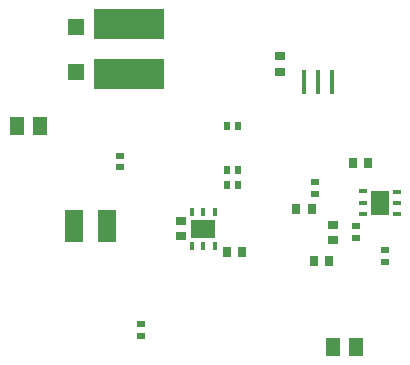
<source format=gbr>
G04 EAGLE Gerber X2 export*
%TF.Part,Single*%
%TF.FileFunction,Paste,Bot*%
%TF.FilePolarity,Positive*%
%TF.GenerationSoftware,Autodesk,EAGLE,9.0.0*%
%TF.CreationDate,2018-04-27T20:10:23Z*%
G75*
%MOMM*%
%FSLAX34Y34*%
%LPD*%
%AMOC8*
5,1,8,0,0,1.08239X$1,22.5*%
G01*
%ADD10R,1.300000X1.500000*%
%ADD11R,0.900000X0.700000*%
%ADD12R,0.700000X0.900000*%
%ADD13R,1.400000X1.400000*%
%ADD14R,6.000000X2.500000*%
%ADD15R,0.700000X0.600000*%
%ADD16R,1.600000X2.700000*%
%ADD17R,0.400000X2.000000*%
%ADD18R,0.600000X0.700000*%
%ADD19R,1.600000X2.000000*%
%ADD20R,0.650000X0.350000*%
%ADD21R,2.000000X1.600000*%
%ADD22R,0.350000X0.650000*%


D10*
X39500Y245000D03*
X20500Y245000D03*
D11*
X287500Y161500D03*
X287500Y148500D03*
X242500Y291000D03*
X242500Y304000D03*
D12*
X304500Y213500D03*
X317500Y213500D03*
D13*
X70000Y291000D03*
X70000Y329000D03*
D14*
X115000Y331750D03*
X115000Y288750D03*
D15*
X107500Y220000D03*
X107500Y210000D03*
D16*
X96500Y160000D03*
X68500Y160000D03*
D10*
X288000Y57500D03*
X307000Y57500D03*
D15*
X272500Y187500D03*
X272500Y197500D03*
D17*
X287000Y282500D03*
X275000Y282500D03*
X263000Y282500D03*
D18*
X207500Y207500D03*
X197500Y207500D03*
X207500Y245000D03*
X197500Y245000D03*
X207500Y195000D03*
X197500Y195000D03*
D15*
X307500Y160000D03*
X307500Y150000D03*
D19*
X327500Y180000D03*
D20*
X313190Y189540D03*
X313190Y180000D03*
X313190Y170460D03*
X341810Y189500D03*
X341810Y180000D03*
X341810Y170500D03*
D15*
X125000Y77500D03*
X125000Y67500D03*
X331700Y130000D03*
X331700Y140000D03*
D11*
X159000Y164500D03*
X159000Y151500D03*
D21*
X178000Y158000D03*
D22*
X187540Y172310D03*
X178000Y172310D03*
X168460Y172310D03*
X187500Y143690D03*
X178000Y143690D03*
X168500Y143690D03*
D12*
X210500Y138000D03*
X197500Y138000D03*
X284500Y131000D03*
X271500Y131000D03*
X269500Y175000D03*
X256500Y175000D03*
M02*

</source>
